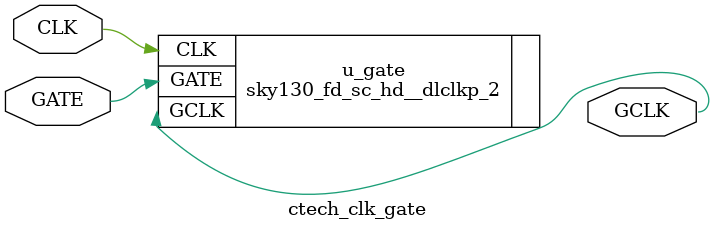
<source format=sv>

module ctech_mux2x1 #(parameter WB = 1) (
	input  logic [WB-1:0] A0,
	input  logic [WB-1:0] A1,
	input  logic S ,
	output logic [WB-1:0] X);

`ifndef SYNTHESIS
assign X = (S) ? A1 : A0;
`else 
    generate
       if (WB > 1)
       begin : bus_
         genvar tcnt;
         for (tcnt = 0; $unsigned(tcnt) < WB; tcnt=tcnt+1) begin : bit_
             sky130_fd_sc_hd__mux2_8 u_mux (.A0 (A0[tcnt]), .A1 (A1[tcnt]), .S  (S), .X (X[tcnt]));
         end
       end else begin
          sky130_fd_sc_hd__mux2_8 u_mux (.A0 (A0), .A1 (A1), .S  (S), .X (X));
       end
    endgenerate
`endif

endmodule

module ctech_mux2x1_2 #(parameter WB = 1) (
	input  logic [WB-1:0] A0,
	input  logic [WB-1:0] A1,
	input  logic S ,
	output logic [WB-1:0] X);

`ifndef SYNTHESIS
assign X = (S) ? A1 : A0;
`else 
    generate
       if (WB > 1)
       begin : bus_
         genvar tcnt;
         for (tcnt = 0; $unsigned(tcnt) < WB; tcnt=tcnt+1) begin : bit_
             sky130_fd_sc_hd__mux2_2 u_mux (.A0 (A0[tcnt]), .A1 (A1[tcnt]), .S  (S), .X (X[tcnt]));
         end
       end else begin 
          sky130_fd_sc_hd__mux2_2 u_mux (.A0 (A0), .A1 (A1), .S  (S), .X (X));
       end
    endgenerate
`endif

endmodule

module ctech_mux2x1_4 #(parameter WB = 1) (
	input  logic [WB-1:0] A0,
	input  logic [WB-1:0] A1,
	input  logic S ,
	output logic [WB-1:0] X);

`ifndef SYNTHESIS
assign X = (S) ? A1 : A0;
`else 
    generate
       if (WB > 1)
       begin : bus_
         genvar tcnt;
         for (tcnt = 0; $unsigned(tcnt) < WB; tcnt=tcnt+1) begin : bit_
             sky130_fd_sc_hd__mux2_4 u_mux (.A0 (A0[tcnt]), .A1 (A1[tcnt]), .S  (S), .X (X[tcnt]));
         end
       end else begin
          sky130_fd_sc_hd__mux2_4 u_mux (.A0 (A0), .A1 (A1), .S  (S), .X (X));
       end
    endgenerate
`endif

endmodule

module ctech_buf (
	input  logic A,
	output logic X);

`ifndef SYNTHESIS
assign X = A;
`else
    sky130_fd_sc_hd__bufbuf_8 u_buf  (.A(A),.X(X));
`endif

endmodule

module ctech_clk_buf (
	input  logic A,
	output logic X);

`ifndef SYNTHESIS
assign X = A;
`else
    sky130_fd_sc_hd__clkbuf_8 u_buf  (.A(A),.X(X));
`endif

endmodule

module ctech_delay_buf (
	input  logic A,
	output logic X);

`ifndef SYNTHESIS
    assign X = A;
`else
     sky130_fd_sc_hd__dlygate4sd3_1 u_dly (.X(X),.A(A));
`endif

endmodule

module ctech_delay_clkbuf (
	input  logic A,
	output logic X);

`ifndef SYNTHESIS
    assign X = A;
`else
     sky130_fd_sc_hd__clkdlybuf4s15_2 u_dly (.X(X),.A(A));
`endif

endmodule

module ctech_clk_gate (
	input  logic GATE  ,
	input  logic CLK   ,
	output logic GCLK
     );

`ifndef SYNTHESIS
   assign GCLK = CLK & GATE;
`else
    sky130_fd_sc_hd__dlclkp_2 u_gate(
                                   .GATE    (GATE     ), 
                                   .CLK     (CLK      ), 
                                   .GCLK    (GCLK     )
                                  );
`endif

endmodule


</source>
